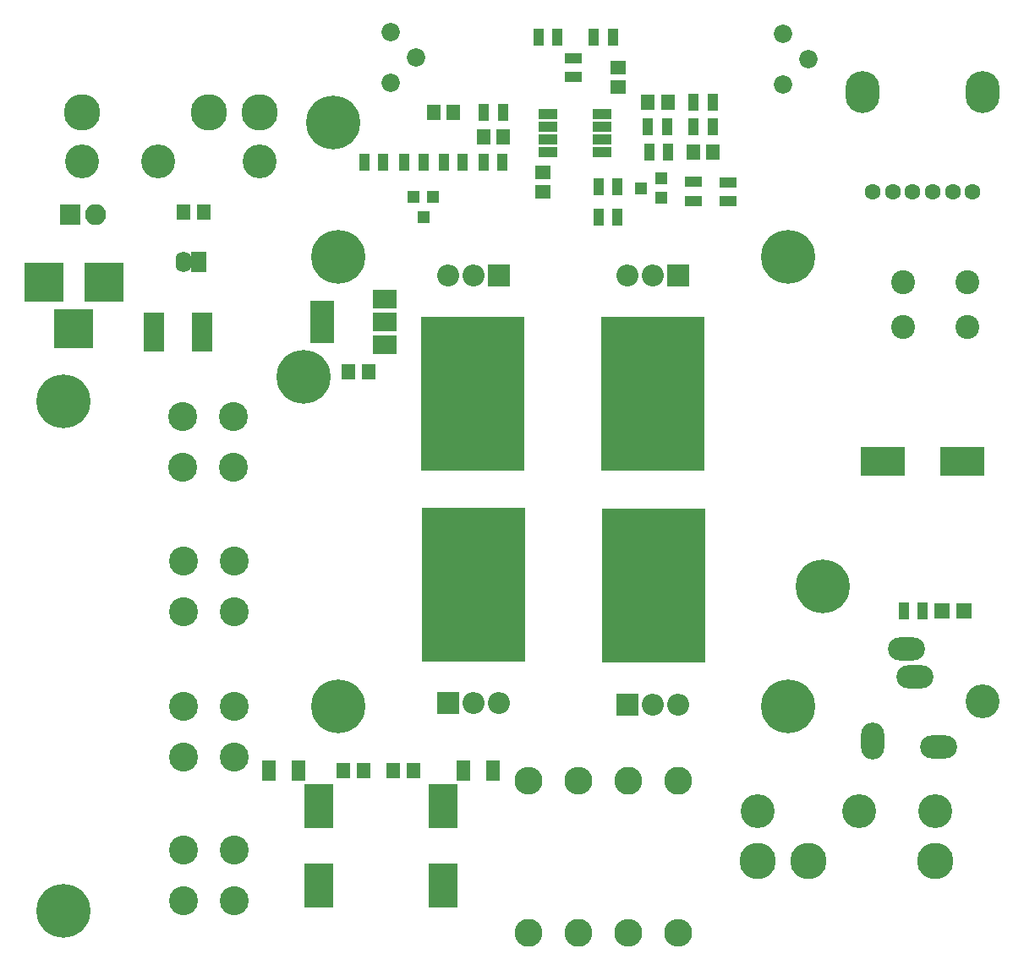
<source format=gbr>
G04 #@! TF.GenerationSoftware,KiCad,Pcbnew,(5.0.0)*
G04 #@! TF.CreationDate,2019-12-04T17:10:26-05:00*
G04 #@! TF.ProjectId,Audio Amp,417564696F20416D702E6B696361645F,rev?*
G04 #@! TF.SameCoordinates,Original*
G04 #@! TF.FileFunction,Soldermask,Top*
G04 #@! TF.FilePolarity,Negative*
%FSLAX46Y46*%
G04 Gerber Fmt 4.6, Leading zero omitted, Abs format (unit mm)*
G04 Created by KiCad (PCBNEW (5.0.0)) date 12/04/19 17:10:26*
%MOMM*%
%LPD*%
G01*
G04 APERTURE LIST*
%ADD10R,1.650000X1.400000*%
%ADD11R,4.400000X2.900000*%
%ADD12R,1.400000X1.650000*%
%ADD13R,2.900000X4.400000*%
%ADD14R,1.300000X1.200000*%
%ADD15O,2.200000X2.200000*%
%ADD16R,2.200000X2.200000*%
%ADD17C,5.400000*%
%ADD18R,10.400000X15.400000*%
%ADD19R,1.200000X1.300000*%
%ADD20R,1.100000X1.700000*%
%ADD21R,1.700000X1.100000*%
%ADD22C,2.800000*%
%ADD23O,2.800000X2.800000*%
%ADD24C,2.400000*%
%ADD25R,1.950000X1.000000*%
%ADD26C,3.650000*%
%ADD27C,3.400000*%
%ADD28R,2.000000X3.900000*%
%ADD29R,1.600000X1.600000*%
%ADD30O,3.400000X4.200000*%
%ADD31C,1.600000*%
%ADD32C,2.900000*%
%ADD33O,1.600000X2.100000*%
%ADD34R,1.600000X2.100000*%
%ADD35O,3.400000X3.400000*%
%ADD36O,3.700000X2.300000*%
%ADD37O,2.300000X3.700000*%
%ADD38R,1.400000X2.000000*%
%ADD39R,2.400000X4.200000*%
%ADD40R,2.400000X1.900000*%
%ADD41R,3.900000X3.900000*%
%ADD42C,1.840000*%
%ADD43O,2.100000X2.100000*%
%ADD44R,2.100000X2.100000*%
G04 APERTURE END LIST*
D10*
G04 #@! TO.C,C1*
X96000000Y-100000000D03*
X96000000Y-102000000D03*
G04 #@! TD*
G04 #@! TO.C,C2*
X103500000Y-89500000D03*
X103500000Y-91500000D03*
G04 #@! TD*
D11*
G04 #@! TO.C,C3*
X138000000Y-129000000D03*
X130000000Y-129000000D03*
G04 #@! TD*
D12*
G04 #@! TO.C,C4*
X111000000Y-98000000D03*
X113000000Y-98000000D03*
G04 #@! TD*
G04 #@! TO.C,C5*
X106500000Y-93000000D03*
X108500000Y-93000000D03*
G04 #@! TD*
D13*
G04 #@! TO.C,C6*
X86000000Y-171500000D03*
X86000000Y-163500000D03*
G04 #@! TD*
D12*
G04 #@! TO.C,C7*
X87000000Y-94000000D03*
X85000000Y-94000000D03*
G04 #@! TD*
G04 #@! TO.C,C8*
X92000000Y-96500000D03*
X90000000Y-96500000D03*
G04 #@! TD*
D13*
G04 #@! TO.C,C9*
X73500000Y-171500000D03*
X73500000Y-163500000D03*
G04 #@! TD*
D14*
G04 #@! TO.C,Q1*
X107804999Y-102564999D03*
X107804999Y-100664999D03*
X105804999Y-101614999D03*
G04 #@! TD*
D15*
G04 #@! TO.C,Q2*
X104460000Y-110340000D03*
X107000000Y-110340000D03*
D16*
X109540000Y-110340000D03*
D17*
X107040000Y-127040000D03*
D18*
X106940000Y-122240000D03*
G04 #@! TD*
D15*
G04 #@! TO.C,Q3*
X109540000Y-153360000D03*
X107000000Y-153360000D03*
D16*
X104460000Y-153360000D03*
D17*
X106960000Y-136660000D03*
D18*
X107060000Y-141460000D03*
G04 #@! TD*
D19*
G04 #@! TO.C,Q4*
X84950000Y-102500000D03*
X83050000Y-102500000D03*
X84000000Y-104500000D03*
G04 #@! TD*
D15*
G04 #@! TO.C,Q5*
X86460000Y-110340000D03*
X89000000Y-110340000D03*
D16*
X91540000Y-110340000D03*
D17*
X89040000Y-127040000D03*
D18*
X88940000Y-122240000D03*
G04 #@! TD*
D15*
G04 #@! TO.C,Q6*
X91540000Y-153210000D03*
X89000000Y-153210000D03*
D16*
X86460000Y-153210000D03*
D17*
X88960000Y-136510000D03*
D18*
X89060000Y-141310000D03*
G04 #@! TD*
D20*
G04 #@! TO.C,R1*
X112950000Y-93000000D03*
X111050000Y-93000000D03*
G04 #@! TD*
G04 #@! TO.C,R2*
X111050000Y-95500000D03*
X112950000Y-95500000D03*
G04 #@! TD*
G04 #@! TO.C,R3*
X106600000Y-98000000D03*
X108500000Y-98000000D03*
G04 #@! TD*
G04 #@! TO.C,R4*
X108400000Y-95500000D03*
X106500000Y-95500000D03*
G04 #@! TD*
G04 #@! TO.C,R5*
X103450000Y-101500000D03*
X101550000Y-101500000D03*
G04 #@! TD*
G04 #@! TO.C,R6*
X101550000Y-104500000D03*
X103450000Y-104500000D03*
G04 #@! TD*
D21*
G04 #@! TO.C,R7*
X111000000Y-102900000D03*
X111000000Y-101000000D03*
G04 #@! TD*
G04 #@! TO.C,R8*
X114500000Y-101050000D03*
X114500000Y-102950000D03*
G04 #@! TD*
D22*
G04 #@! TO.C,R9*
X109500000Y-161000000D03*
D23*
X109500000Y-176240000D03*
G04 #@! TD*
D22*
G04 #@! TO.C,R10*
X99500000Y-176240000D03*
D23*
X99500000Y-161000000D03*
G04 #@! TD*
D20*
G04 #@! TO.C,R11*
X102950000Y-86500000D03*
X101050000Y-86500000D03*
G04 #@! TD*
G04 #@! TO.C,R12*
X97400000Y-86500000D03*
X95500000Y-86500000D03*
G04 #@! TD*
G04 #@! TO.C,R13*
X91950000Y-94000000D03*
X90050000Y-94000000D03*
G04 #@! TD*
D21*
G04 #@! TO.C,R14*
X99000000Y-88600000D03*
X99000000Y-90500000D03*
G04 #@! TD*
D20*
G04 #@! TO.C,R15*
X91900000Y-99000000D03*
X90000000Y-99000000D03*
G04 #@! TD*
G04 #@! TO.C,R16*
X87950000Y-99000000D03*
X86050000Y-99000000D03*
G04 #@! TD*
G04 #@! TO.C,R17*
X84000000Y-99000000D03*
X82100000Y-99000000D03*
G04 #@! TD*
G04 #@! TO.C,R18*
X80000000Y-99000000D03*
X78100000Y-99000000D03*
G04 #@! TD*
D22*
G04 #@! TO.C,R19*
X104500000Y-161000000D03*
D23*
X104500000Y-176240000D03*
G04 #@! TD*
D22*
G04 #@! TO.C,R20*
X94500000Y-176240000D03*
D23*
X94500000Y-161000000D03*
G04 #@! TD*
D24*
G04 #@! TO.C,SW1*
X132000000Y-115500000D03*
X132000000Y-111000000D03*
X138500000Y-115500000D03*
X138500000Y-111000000D03*
G04 #@! TD*
D25*
G04 #@! TO.C,U1*
X101900000Y-98000000D03*
X101900000Y-96730000D03*
X101900000Y-95460000D03*
X101900000Y-94190000D03*
X96500000Y-94190000D03*
X96500000Y-95460000D03*
X96500000Y-96730000D03*
X96500000Y-98000000D03*
G04 #@! TD*
D26*
G04 #@! TO.C,J3*
X117500000Y-169000000D03*
X135280000Y-169000000D03*
D27*
X135280000Y-164045000D03*
X127660000Y-164045000D03*
X117500000Y-164045000D03*
D26*
X122580000Y-169000000D03*
G04 #@! TD*
G04 #@! TO.C,J4*
X67580000Y-94000000D03*
X49800000Y-94000000D03*
D27*
X49800000Y-98955000D03*
X57420000Y-98955000D03*
X67580000Y-98955000D03*
D26*
X62500000Y-94000000D03*
G04 #@! TD*
D28*
G04 #@! TO.C,F1*
X61880000Y-116000000D03*
X57000000Y-116000000D03*
G04 #@! TD*
D29*
G04 #@! TO.C,D1*
X138100000Y-144000000D03*
X135900000Y-144000000D03*
G04 #@! TD*
D20*
G04 #@! TO.C,R21*
X134000000Y-144000000D03*
X132100000Y-144000000D03*
G04 #@! TD*
D30*
G04 #@! TO.C,RV2*
X128000000Y-92000000D03*
X140000000Y-92000000D03*
D31*
X129000000Y-102000000D03*
X131000000Y-102000000D03*
X139000000Y-102000000D03*
X137000000Y-102000000D03*
X135000000Y-102000000D03*
X133000000Y-102000000D03*
G04 #@! TD*
D32*
G04 #@! TO.C,BANANA1*
X60000000Y-173000000D03*
X65080000Y-173000000D03*
X65080000Y-167920000D03*
X60000000Y-167920000D03*
G04 #@! TD*
G04 #@! TO.C,BANANA2*
X59920000Y-129580000D03*
X65000000Y-129580000D03*
X65000000Y-124500000D03*
X59920000Y-124500000D03*
G04 #@! TD*
G04 #@! TO.C,BANANA3*
X60000000Y-158580000D03*
X65080000Y-158580000D03*
X65080000Y-153500000D03*
X60000000Y-153500000D03*
G04 #@! TD*
G04 #@! TO.C,BANANA4*
X59960000Y-144040000D03*
X65040000Y-144040000D03*
X65040000Y-138960000D03*
X59960000Y-138960000D03*
G04 #@! TD*
D17*
G04 #@! TO.C,HEATSINK1*
X120500000Y-153500000D03*
X75500000Y-153500000D03*
X75500000Y-108500000D03*
X120500000Y-108500000D03*
X72000000Y-120500000D03*
X124000000Y-141500000D03*
G04 #@! TD*
D33*
G04 #@! TO.C,J5*
X60000000Y-109000000D03*
D34*
X61500000Y-109000000D03*
G04 #@! TD*
D35*
G04 #@! TO.C,J2*
X140000000Y-153000000D03*
D36*
X133200000Y-150600000D03*
X132400000Y-147800000D03*
D37*
X129000000Y-157000000D03*
D36*
X135600000Y-157600000D03*
G04 #@! TD*
D12*
G04 #@! TO.C,C10*
X60000000Y-104000000D03*
X62000000Y-104000000D03*
G04 #@! TD*
G04 #@! TO.C,C11*
X76500000Y-120000000D03*
X78500000Y-120000000D03*
G04 #@! TD*
D38*
G04 #@! TO.C,C12*
X68500000Y-160000000D03*
X71500000Y-160000000D03*
G04 #@! TD*
D12*
G04 #@! TO.C,C13*
X78000000Y-160000000D03*
X76000000Y-160000000D03*
G04 #@! TD*
D38*
G04 #@! TO.C,C14*
X91000000Y-160000000D03*
X88000000Y-160000000D03*
G04 #@! TD*
D12*
G04 #@! TO.C,C15*
X81000000Y-160000000D03*
X83000000Y-160000000D03*
G04 #@! TD*
D39*
G04 #@! TO.C,U2*
X73850000Y-115000000D03*
D40*
X80150000Y-115000000D03*
X80150000Y-112700000D03*
X80150000Y-117300000D03*
G04 #@! TD*
D41*
G04 #@! TO.C,J1*
X49000000Y-115700000D03*
X46000000Y-111000000D03*
X52000000Y-111000000D03*
G04 #@! TD*
D42*
G04 #@! TO.C,RV1*
X120000000Y-91250000D03*
X122540000Y-88710000D03*
X120000000Y-86170000D03*
G04 #@! TD*
G04 #@! TO.C,RV3*
X80710000Y-91040000D03*
X83250000Y-88500000D03*
X80710000Y-85960000D03*
G04 #@! TD*
D17*
G04 #@! TO.C,MNT1*
X48000000Y-123000000D03*
G04 #@! TD*
G04 #@! TO.C,MNT2*
X75000000Y-95000000D03*
G04 #@! TD*
G04 #@! TO.C,MNT3*
X48000000Y-174000000D03*
G04 #@! TD*
D43*
G04 #@! TO.C,POWERIN1*
X51190000Y-104250000D03*
D44*
X48650000Y-104250000D03*
G04 #@! TD*
M02*

</source>
